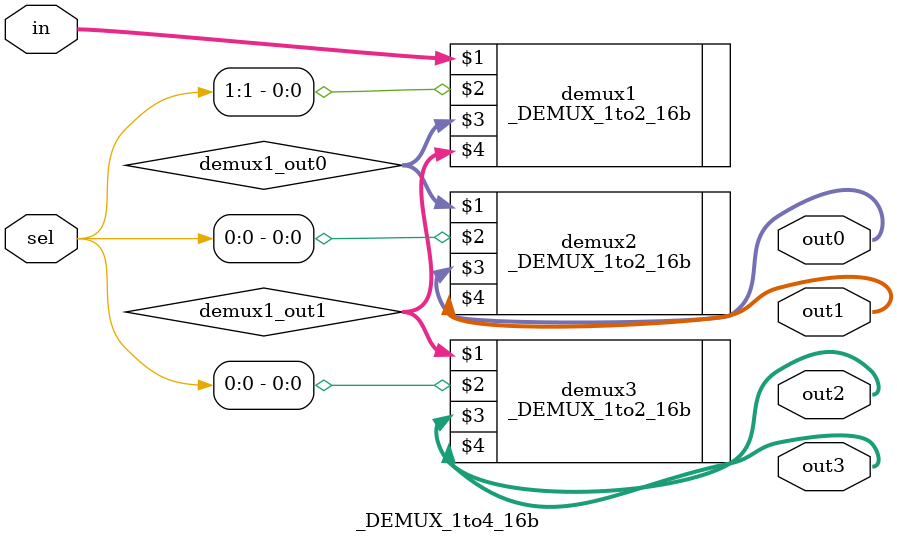
<source format=v>
`timescale 1ns / 1ps


module _DEMUX_1to4_16b(
    input [15:0] in,
    input [1:0] sel,
    output [15:0] out0,
    output [15:0] out1,
    output [15:0] out2,
    output [15:0] out3
    );

    wire [15:0] demux1_out0, demux1_out1;

    _DEMUX_1to2_16b demux1(in, sel[1], demux1_out0, demux1_out1);
    
    _DEMUX_1to2_16b demux2(demux1_out0, sel[0], out0, out1);
    _DEMUX_1to2_16b demux3(demux1_out1, sel[0], out2, out3);

endmodule


</source>
